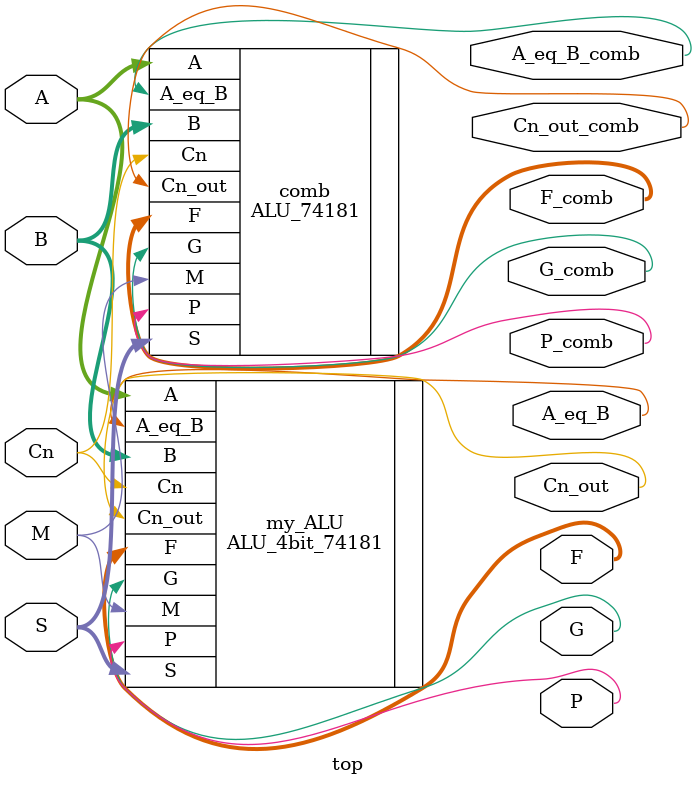
<source format=v>
module top (
    input wire [3:0] A, 
    input wire [3:0] B,
    input wire [3:0] S,        // Select lines
    input wire M,              // ¸ðµå ¼±ÅÃ (0: »ê¼ú, 1: ³í¸®)
    input wire Cn,             // Ä³¸® ÀÔ·Â

    output wire [3:0] F,  // 4ºñÆ® Ãâ·Â F (ALU_4bit_74181)
    output wire P,        // Ä³¸® ÀüÆÄ (ALU_4bit_74181)
    output wire G,        // Ä³¸® »ý¼º (ALU_4bit_74181)
    output wire Cn_out,
    output wire A_eq_B,    // A¿Í B°¡ °°ÀºÁö ¿©ºÎ (ALU_4bit_74181)
    
    output wire [3:0] F_comb,  // 4ºñÆ® Ãâ·Â F (ALU_4bit_74181)
    output wire P_comb,        // Ä³¸® ÀüÆÄ (ALU_4bit_74181)
    output wire G_comb,        // Ä³¸® »ý¼º (ALU_4bit_74181)
    output wire Cn_out_comb,
    output wire A_eq_B_comb    // A¿Í B°¡ °°ÀºÁö ¿©ºÎ (ALU_4bit_74181)
);

    // ALU_4bit_74181 ÀÎ½ºÅÏ½º
    ALU_4bit_74181 my_ALU (
        .A(A), 
        .B(B), 
        .S(S), 
        .M(M), 
        .Cn(Cn), 
        .F(F), 
        .P(P), 
        .G(G), 
        .Cn_out(Cn_out),
        .A_eq_B(A_eq_B)
    );
    
    ALU_74181 comb (
        .A(A), 
        .B(B), 
        .S(S), 
        .M(M), 
        .Cn(Cn), 
        .F(F_comb), 
        .P(P_comb), 
        .G(G_comb), 
        .Cn_out(Cn_out_comb),
        .A_eq_B(A_eq_B_comb)
    );

endmodule

</source>
